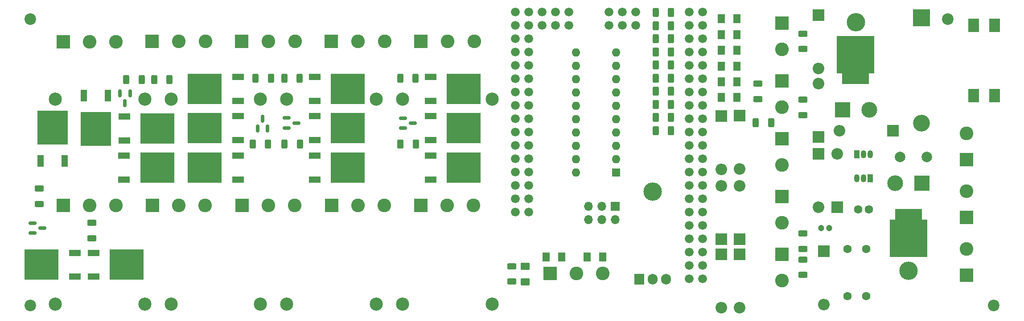
<source format=gbr>
%TF.GenerationSoftware,KiCad,Pcbnew,(6.0.0)*%
%TF.CreationDate,2022-05-14T16:49:07-07:00*%
%TF.ProjectId,Contrl Board GERBER,436f6e74-726c-4204-926f-617264204745,rev?*%
%TF.SameCoordinates,Original*%
%TF.FileFunction,Soldermask,Top*%
%TF.FilePolarity,Negative*%
%FSLAX46Y46*%
G04 Gerber Fmt 4.6, Leading zero omitted, Abs format (unit mm)*
G04 Created by KiCad (PCBNEW (6.0.0)) date 2022-05-14 16:49:07*
%MOMM*%
%LPD*%
G01*
G04 APERTURE LIST*
G04 Aperture macros list*
%AMRoundRect*
0 Rectangle with rounded corners*
0 $1 Rounding radius*
0 $2 $3 $4 $5 $6 $7 $8 $9 X,Y pos of 4 corners*
0 Add a 4 corners polygon primitive as box body*
4,1,4,$2,$3,$4,$5,$6,$7,$8,$9,$2,$3,0*
0 Add four circle primitives for the rounded corners*
1,1,$1+$1,$2,$3*
1,1,$1+$1,$4,$5*
1,1,$1+$1,$6,$7*
1,1,$1+$1,$8,$9*
0 Add four rect primitives between the rounded corners*
20,1,$1+$1,$2,$3,$4,$5,0*
20,1,$1+$1,$4,$5,$6,$7,0*
20,1,$1+$1,$6,$7,$8,$9,0*
20,1,$1+$1,$8,$9,$2,$3,0*%
%AMFreePoly0*
4,1,21,3.042426,3.042426,3.060000,3.000000,3.060000,-4.000000,3.042426,-4.042426,3.000000,-4.060000,2.060000,-4.060000,2.060000,-6.000000,2.042426,-6.042426,2.000000,-6.060000,-3.000000,-6.060000,-3.042426,-6.042426,-3.060000,-6.000000,-3.060000,-4.060000,-4.000000,-4.060000,-4.042426,-4.042426,-4.060000,-4.000000,-4.060000,3.000000,-4.042426,3.042426,-4.000000,3.060000,3.000000,3.060000,
3.042426,3.042426,3.042426,3.042426,$1*%
G04 Aperture macros list end*
%ADD10C,2.000000*%
%ADD11C,1.200000*%
%ADD12RoundRect,0.250001X0.462499X0.624999X-0.462499X0.624999X-0.462499X-0.624999X0.462499X-0.624999X0*%
%ADD13RoundRect,0.250000X0.625000X-0.312500X0.625000X0.312500X-0.625000X0.312500X-0.625000X-0.312500X0*%
%ADD14O,3.500000X3.500000*%
%ADD15R,1.905000X2.000000*%
%ADD16O,1.905000X2.000000*%
%ADD17R,2.600000X2.600000*%
%ADD18C,2.600000*%
%ADD19RoundRect,0.250000X-0.312500X-0.625000X0.312500X-0.625000X0.312500X0.625000X-0.312500X0.625000X0*%
%ADD20R,1.600000X1.600000*%
%ADD21O,1.600000X1.600000*%
%ADD22R,2.200000X1.200000*%
%ADD23R,6.400000X5.800000*%
%ADD24RoundRect,0.250000X0.312500X0.625000X-0.312500X0.625000X-0.312500X-0.625000X0.312500X-0.625000X0*%
%ADD25R,1.700000X1.700000*%
%ADD26O,1.700000X1.700000*%
%ADD27RoundRect,0.150000X-0.150000X0.587500X-0.150000X-0.587500X0.150000X-0.587500X0.150000X0.587500X0*%
%ADD28R,2.200000X2.200000*%
%ADD29O,2.200000X2.200000*%
%ADD30C,1.600000*%
%ADD31C,2.200000*%
%ADD32R,1.200000X2.200000*%
%ADD33R,5.800000X6.400000*%
%ADD34C,2.500000*%
%ADD35RoundRect,0.150000X-0.587500X-0.150000X0.587500X-0.150000X0.587500X0.150000X-0.587500X0.150000X0*%
%ADD36R,3.200000X3.200000*%
%ADD37O,3.200000X3.200000*%
%ADD38RoundRect,0.250000X-0.625000X0.312500X-0.625000X-0.312500X0.625000X-0.312500X0.625000X0.312500X0*%
%ADD39R,1.050000X1.500000*%
%ADD40O,1.050000X1.500000*%
%ADD41RoundRect,0.150000X0.150000X-0.587500X0.150000X0.587500X-0.150000X0.587500X-0.150000X-0.587500X0*%
%ADD42RoundRect,0.250001X-0.624999X0.462499X-0.624999X-0.462499X0.624999X-0.462499X0.624999X0.462499X0*%
%ADD43R,3.000000X3.000000*%
%ADD44FreePoly0,180.000000*%
%ADD45O,3.000000X3.000000*%
%ADD46FreePoly0,0.000000*%
%ADD47C,1.676400*%
%ADD48R,2.000000X2.500000*%
G04 APERTURE END LIST*
D10*
%TO.C,C1*%
X188200000Y-49050000D03*
X193200000Y-49050000D03*
%TD*%
D11*
%TO.C,C3*%
X173200000Y-62550000D03*
X174700000Y-62550000D03*
%TD*%
D12*
%TO.C,D207*%
X157175000Y-25710000D03*
X154200000Y-25710000D03*
%TD*%
D13*
%TO.C,R142*%
X161180000Y-37992500D03*
X161180000Y-35067500D03*
%TD*%
D14*
%TO.C,U2*%
X141200000Y-55620000D03*
D15*
X138660000Y-72280000D03*
D16*
X141200000Y-72280000D03*
X143740000Y-72280000D03*
%TD*%
D17*
%TO.C,J17*%
X200800000Y-71550000D03*
D18*
X200800000Y-66550000D03*
%TD*%
D19*
%TO.C,R128*%
X141757500Y-39030000D03*
X144682500Y-39030000D03*
%TD*%
D13*
%TO.C,R98*%
X24680000Y-57992500D03*
X24680000Y-55067500D03*
%TD*%
%TO.C,R143*%
X169700000Y-28475000D03*
X169700000Y-25550000D03*
%TD*%
D17*
%TO.C,J19*%
X46115000Y-27050000D03*
D18*
X51195000Y-27050000D03*
X56275000Y-27050000D03*
%TD*%
D20*
%TO.C,SW1*%
X134200000Y-51995000D03*
D21*
X134200000Y-49455000D03*
X134200000Y-46915000D03*
X134200000Y-44375000D03*
X134200000Y-41835000D03*
X134200000Y-39295000D03*
X134200000Y-36755000D03*
X134200000Y-34215000D03*
X134200000Y-31675000D03*
X134200000Y-29135000D03*
X126580000Y-29135000D03*
X126580000Y-31675000D03*
X126580000Y-34215000D03*
X126580000Y-36755000D03*
X126580000Y-39295000D03*
X126580000Y-41835000D03*
X126580000Y-44375000D03*
X126580000Y-46915000D03*
X126580000Y-49455000D03*
X126580000Y-51995000D03*
%TD*%
D19*
%TO.C,R127*%
X141757500Y-36530000D03*
X144682500Y-36530000D03*
%TD*%
D22*
%TO.C,Q33*%
X77000000Y-33770000D03*
D23*
X83300000Y-36050000D03*
D22*
X77000000Y-38330000D03*
%TD*%
D24*
%TO.C,R125*%
X68142500Y-46570000D03*
X65217500Y-46570000D03*
%TD*%
D25*
%TO.C,J31*%
X134075000Y-58400000D03*
D26*
X134075000Y-60940000D03*
X131535000Y-58400000D03*
X131535000Y-60940000D03*
X128995000Y-58400000D03*
X128995000Y-60940000D03*
%TD*%
D27*
%TO.C,Q24*%
X41900000Y-36912500D03*
X40000000Y-36912500D03*
X40950000Y-38787500D03*
%TD*%
D22*
%TO.C,Q35*%
X77000000Y-48770000D03*
D23*
X83300000Y-51050000D03*
D22*
X77000000Y-53330000D03*
%TD*%
D28*
%TO.C,D196*%
X157700000Y-67550000D03*
D29*
X157700000Y-77710000D03*
%TD*%
D28*
%TO.C,D205*%
X176200000Y-58550000D03*
D29*
X176200000Y-48390000D03*
%TD*%
D30*
%TO.C,C2*%
X182200000Y-59050000D03*
X180200000Y-59050000D03*
%TD*%
D28*
%TO.C,D200*%
X172700000Y-45210000D03*
D29*
X172700000Y-35050000D03*
%TD*%
D31*
%TO.C,MT4*%
X197200000Y-22800000D03*
%TD*%
%TO.C,MT1*%
X22950000Y-22800000D03*
%TD*%
D17*
%TO.C,J18*%
X200800000Y-60550000D03*
D18*
X200800000Y-55550000D03*
%TD*%
D19*
%TO.C,R100*%
X141757500Y-44030000D03*
X144682500Y-44030000D03*
%TD*%
D32*
%TO.C,Q23*%
X37705000Y-37350000D03*
D33*
X35425000Y-43650000D03*
D32*
X33145000Y-37350000D03*
%TD*%
D22*
%TO.C,Q31*%
X62400000Y-53330000D03*
D23*
X56100000Y-51050000D03*
D22*
X62400000Y-48770000D03*
%TD*%
D13*
%TO.C,R124*%
X114430000Y-72742500D03*
X114430000Y-69817500D03*
%TD*%
D12*
%TO.C,D213*%
X123937500Y-68050000D03*
X120962500Y-68050000D03*
%TD*%
D19*
%TO.C,R120*%
X141757500Y-31530000D03*
X144682500Y-31530000D03*
%TD*%
D34*
%TO.C,A4*%
X93700000Y-77050000D03*
X93700000Y-38050000D03*
X110700000Y-77050000D03*
X110700000Y-38050000D03*
%TD*%
D35*
%TO.C,Q4*%
X23412500Y-61600000D03*
X23412500Y-63500000D03*
X25287500Y-62550000D03*
%TD*%
D30*
%TO.C,C4*%
X181700000Y-66550000D03*
X178200000Y-66550000D03*
%TD*%
D19*
%TO.C,R119*%
X141757500Y-21530000D03*
X144682500Y-21530000D03*
%TD*%
D22*
%TO.C,Q38*%
X99000000Y-41270000D03*
D23*
X105300000Y-43550000D03*
D22*
X99000000Y-45830000D03*
%TD*%
D19*
%TO.C,R112*%
X141757500Y-24030000D03*
X144682500Y-24030000D03*
%TD*%
D36*
%TO.C,D201*%
X192200000Y-22550000D03*
D37*
X192200000Y-42550000D03*
%TD*%
D12*
%TO.C,D210*%
X157175000Y-34710000D03*
X154200000Y-34710000D03*
%TD*%
D17*
%TO.C,J29*%
X200800000Y-49550000D03*
D18*
X200800000Y-44550000D03*
%TD*%
D22*
%TO.C,Q39*%
X99000000Y-48770000D03*
D23*
X105300000Y-51050000D03*
D22*
X99000000Y-53330000D03*
%TD*%
D28*
%TO.C,D204*%
X173700000Y-66970000D03*
D29*
X173700000Y-77130000D03*
%TD*%
D28*
%TO.C,D202*%
X186780000Y-44050000D03*
D29*
X176620000Y-44050000D03*
%TD*%
D22*
%TO.C,Q34*%
X77000000Y-41270000D03*
D23*
X83300000Y-43550000D03*
D22*
X77000000Y-45830000D03*
%TD*%
%TO.C,Q1*%
X31400000Y-71830000D03*
D23*
X25100000Y-69550000D03*
D22*
X31400000Y-67270000D03*
%TD*%
D38*
%TO.C,R146*%
X169720000Y-63607500D03*
X169720000Y-66532500D03*
%TD*%
D17*
%TO.C,J11*%
X29200000Y-27055000D03*
D18*
X34200000Y-27055000D03*
X39200000Y-27055000D03*
%TD*%
D19*
%TO.C,R131*%
X141757500Y-41530000D03*
X144682500Y-41530000D03*
%TD*%
D28*
%TO.C,D198*%
X157700000Y-41190000D03*
D29*
X157700000Y-51350000D03*
%TD*%
D31*
%TO.C,MT3*%
X205950000Y-77300000D03*
%TD*%
D24*
%TO.C,R137*%
X96142500Y-34070000D03*
X93217500Y-34070000D03*
%TD*%
D22*
%TO.C,Q28*%
X62400000Y-38330000D03*
D23*
X56100000Y-36050000D03*
D22*
X62400000Y-33770000D03*
%TD*%
D24*
%TO.C,R129*%
X74142500Y-34070000D03*
X71217500Y-34070000D03*
%TD*%
D39*
%TO.C,Q43*%
X182470000Y-53050000D03*
D40*
X181200000Y-53050000D03*
X179930000Y-53050000D03*
%TD*%
D39*
%TO.C,Q44*%
X179930000Y-48550000D03*
D40*
X181200000Y-48550000D03*
X182470000Y-48550000D03*
%TD*%
D34*
%TO.C,A1*%
X27700000Y-77050000D03*
X27700000Y-38050000D03*
X44700000Y-77050000D03*
X44700000Y-38050000D03*
%TD*%
D30*
%TO.C,C5*%
X181700000Y-75550000D03*
X178200000Y-75550000D03*
%TD*%
D41*
%TO.C,Q32*%
X66150000Y-43637500D03*
X68050000Y-43637500D03*
X67100000Y-41762500D03*
%TD*%
D19*
%TO.C,R115*%
X46507500Y-34280000D03*
X49432500Y-34280000D03*
%TD*%
D13*
%TO.C,R97*%
X34680000Y-64492500D03*
X34680000Y-61567500D03*
%TD*%
D38*
%TO.C,R148*%
X169720000Y-38107500D03*
X169720000Y-41032500D03*
%TD*%
D28*
%TO.C,D194*%
X154200000Y-64710000D03*
D29*
X154200000Y-54550000D03*
%TD*%
D19*
%TO.C,R130*%
X71257500Y-46530000D03*
X74182500Y-46530000D03*
%TD*%
D12*
%TO.C,D206*%
X157175000Y-22710000D03*
X154200000Y-22710000D03*
%TD*%
D28*
%TO.C,D193*%
X154200000Y-41210000D03*
D29*
X154200000Y-51370000D03*
%TD*%
D17*
%TO.C,J23*%
X80115000Y-27050000D03*
D18*
X85195000Y-27050000D03*
X90275000Y-27050000D03*
%TD*%
D22*
%TO.C,Q29*%
X62400000Y-45830000D03*
D23*
X56100000Y-43550000D03*
D22*
X62400000Y-41270000D03*
%TD*%
D28*
%TO.C,D195*%
X157700000Y-64710000D03*
D29*
X157700000Y-54550000D03*
%TD*%
D22*
%TO.C,Q37*%
X99000000Y-33770000D03*
D23*
X105300000Y-36050000D03*
D22*
X99000000Y-38330000D03*
%TD*%
D35*
%TO.C,Q40*%
X93762500Y-41650000D03*
X93762500Y-43550000D03*
X95637500Y-42600000D03*
%TD*%
D28*
%TO.C,D199*%
X172700000Y-22050000D03*
D29*
X172700000Y-32210000D03*
%TD*%
D28*
%TO.C,D203*%
X172700000Y-48390000D03*
D29*
X172700000Y-58550000D03*
%TD*%
D32*
%TO.C,Q2*%
X24920000Y-49750000D03*
D33*
X27200000Y-43450000D03*
D32*
X29480000Y-49750000D03*
%TD*%
D35*
%TO.C,Q36*%
X71662500Y-41600000D03*
X71662500Y-43500000D03*
X73537500Y-42550000D03*
%TD*%
D19*
%TO.C,R126*%
X141757500Y-34030000D03*
X144682500Y-34030000D03*
%TD*%
D31*
%TO.C,MT2*%
X22950000Y-77300000D03*
%TD*%
D17*
%TO.C,J20*%
X63115000Y-27050000D03*
D18*
X68195000Y-27050000D03*
X73275000Y-27050000D03*
%TD*%
D19*
%TO.C,R139*%
X160757500Y-42530000D03*
X163682500Y-42530000D03*
%TD*%
D42*
%TO.C,D212*%
X116950000Y-69812500D03*
X116950000Y-72787500D03*
%TD*%
D22*
%TO.C,Q20*%
X40800000Y-41295000D03*
D23*
X47100000Y-43575000D03*
D22*
X40800000Y-45855000D03*
%TD*%
D13*
%TO.C,R144*%
X169680000Y-71492500D03*
X169680000Y-68567500D03*
%TD*%
D19*
%TO.C,R108*%
X141757500Y-26530000D03*
X144682500Y-26530000D03*
%TD*%
D12*
%TO.C,D211*%
X157175000Y-37710000D03*
X154200000Y-37710000D03*
%TD*%
D19*
%TO.C,R123*%
X65757500Y-34030000D03*
X68682500Y-34030000D03*
%TD*%
D14*
%TO.C,Q42*%
X189760000Y-70710000D03*
D43*
X192300000Y-54050000D03*
D44*
X189300000Y-65050000D03*
D45*
X187220000Y-54050000D03*
%TD*%
D19*
%TO.C,R104*%
X141757500Y-29030000D03*
X144682500Y-29030000D03*
%TD*%
D28*
%TO.C,D197*%
X154200000Y-67550000D03*
D29*
X154200000Y-77710000D03*
%TD*%
D19*
%TO.C,R117*%
X41207500Y-34280000D03*
X44132500Y-34280000D03*
%TD*%
D14*
%TO.C,Q41*%
X179740000Y-23390000D03*
D43*
X177200000Y-40050000D03*
D46*
X180200000Y-29050000D03*
D45*
X182280000Y-40050000D03*
%TD*%
D34*
%TO.C,A2*%
X49700000Y-77050000D03*
X49700000Y-38050000D03*
X66700000Y-77050000D03*
X66700000Y-38050000D03*
%TD*%
D17*
%TO.C,J25*%
X97120000Y-27050000D03*
D18*
X102200000Y-27050000D03*
X107280000Y-27050000D03*
%TD*%
D12*
%TO.C,D214*%
X131687500Y-68050000D03*
X128712500Y-68050000D03*
%TD*%
D47*
%TO.C,U1*%
X150655000Y-64630000D03*
X148115000Y-64630000D03*
X150655000Y-67170000D03*
X148115000Y-67170000D03*
X132875000Y-21450000D03*
X115095000Y-59550000D03*
X117635000Y-59550000D03*
X115095000Y-57010000D03*
X117635000Y-57010000D03*
X115095000Y-54470000D03*
X117635000Y-54470000D03*
X115095000Y-51930000D03*
X117635000Y-51930000D03*
X115095000Y-49390000D03*
X117635000Y-49390000D03*
X115095000Y-46850000D03*
X117635000Y-46850000D03*
X115095000Y-44310000D03*
X117635000Y-44310000D03*
X115095000Y-41770000D03*
X117635000Y-41770000D03*
X148115000Y-62090000D03*
X148115000Y-57010000D03*
X150655000Y-57010000D03*
X148115000Y-54470000D03*
X150655000Y-54470000D03*
X148115000Y-51930000D03*
X150655000Y-51930000D03*
X148115000Y-49390000D03*
X150655000Y-49390000D03*
X148115000Y-46850000D03*
X150655000Y-46850000D03*
X148115000Y-44310000D03*
X150655000Y-44310000D03*
X148115000Y-41770000D03*
X150655000Y-41770000D03*
X148115000Y-39230000D03*
X150655000Y-39230000D03*
X148115000Y-36690000D03*
X150655000Y-36690000D03*
X148115000Y-34150000D03*
X150655000Y-34150000D03*
X148115000Y-31610000D03*
X150655000Y-31610000D03*
X148115000Y-29070000D03*
X150655000Y-29070000D03*
X148115000Y-26530000D03*
X150655000Y-26530000D03*
X148115000Y-23990000D03*
X150655000Y-23990000D03*
X148115000Y-21450000D03*
X150655000Y-21450000D03*
X115095000Y-39230000D03*
X117635000Y-39230000D03*
X115095000Y-36690000D03*
X117635000Y-36690000D03*
X115095000Y-34150000D03*
X117635000Y-34150000D03*
X115095000Y-31610000D03*
X117635000Y-31610000D03*
X115095000Y-29070000D03*
X117635000Y-29070000D03*
X115095000Y-26530000D03*
X117635000Y-26530000D03*
X115095000Y-23990000D03*
X117635000Y-23990000D03*
X115095000Y-21450000D03*
X117635000Y-21450000D03*
X120175000Y-21450000D03*
X120175000Y-23990000D03*
X122715000Y-21450000D03*
X122715000Y-23990000D03*
X125255000Y-21450000D03*
X125255000Y-23990000D03*
X150655000Y-69710000D03*
X148115000Y-69710000D03*
X137955000Y-21450000D03*
X132875000Y-23990000D03*
X135415000Y-21450000D03*
X137955000Y-23990000D03*
X150655000Y-62090000D03*
X148115000Y-59550000D03*
X135415000Y-23990000D03*
X150655000Y-59550000D03*
X150655000Y-72250000D03*
X148115000Y-72250000D03*
%TD*%
D19*
%TO.C,R138*%
X93257500Y-46530000D03*
X96182500Y-46530000D03*
%TD*%
D48*
%TO.C,F1*%
X202105000Y-23945000D03*
X206105000Y-23945000D03*
X206105000Y-37345000D03*
X202105000Y-37345000D03*
%TD*%
D22*
%TO.C,Q3*%
X35000000Y-67270000D03*
D23*
X41300000Y-69550000D03*
D22*
X35000000Y-71830000D03*
%TD*%
D12*
%TO.C,D209*%
X157175000Y-31710000D03*
X154200000Y-31710000D03*
%TD*%
D34*
%TO.C,A3*%
X71700000Y-77050000D03*
X71700000Y-38050000D03*
X88700000Y-77050000D03*
X88700000Y-38050000D03*
%TD*%
D22*
%TO.C,Q21*%
X40775000Y-48795000D03*
D23*
X47075000Y-51075000D03*
D22*
X40775000Y-53355000D03*
%TD*%
D12*
%TO.C,D208*%
X157175000Y-28710000D03*
X154200000Y-28710000D03*
%TD*%
D17*
%TO.C,J13*%
X63200000Y-58245000D03*
D18*
X68200000Y-58245000D03*
X73200000Y-58245000D03*
%TD*%
D17*
%TO.C,J22*%
X165700000Y-34550000D03*
D18*
X165700000Y-39550000D03*
%TD*%
D17*
%TO.C,J15*%
X80200000Y-58250000D03*
D18*
X85200000Y-58250000D03*
X90200000Y-58250000D03*
%TD*%
D17*
%TO.C,J16*%
X97150000Y-58250000D03*
D18*
X102150000Y-58250000D03*
X107150000Y-58250000D03*
%TD*%
D17*
%TO.C,J27*%
X165700000Y-56550000D03*
D18*
X165700000Y-61550000D03*
%TD*%
D17*
%TO.C,J14*%
X46200000Y-58245000D03*
D18*
X51200000Y-58245000D03*
X56200000Y-58245000D03*
%TD*%
D17*
%TO.C,J24*%
X165700000Y-23550000D03*
D18*
X165700000Y-28550000D03*
%TD*%
D17*
%TO.C,J30*%
X121700000Y-71245000D03*
D18*
X126700000Y-71245000D03*
X131700000Y-71245000D03*
%TD*%
D17*
%TO.C,J21*%
X165700000Y-45550000D03*
D18*
X165700000Y-50550000D03*
%TD*%
D17*
%TO.C,J12*%
X29200000Y-58245000D03*
D18*
X34200000Y-58245000D03*
X39200000Y-58245000D03*
%TD*%
D17*
%TO.C,J26*%
X165700000Y-67550000D03*
D18*
X165700000Y-72550000D03*
%TD*%
M02*

</source>
